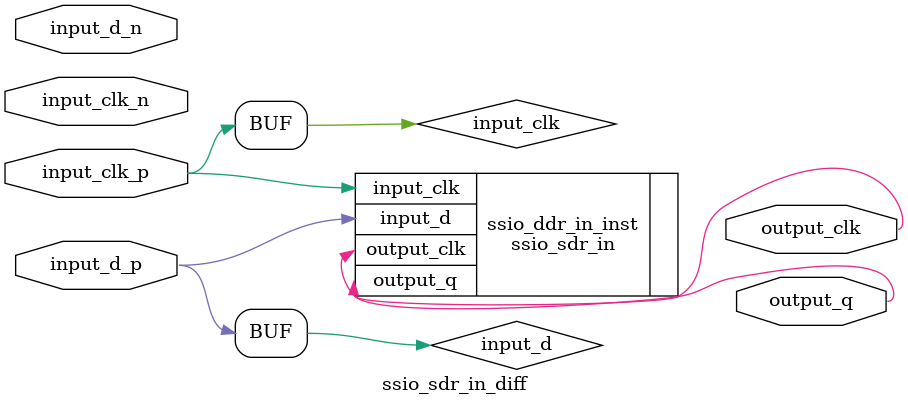
<source format=v>
/*

Copyright (c) 2016-2018 Alex Forencich

Permission is hereby granted, free of charge, to any person obtaining a copy
of this software and associated documentation files (the "Software"), to deal
in the Software without restriction, including without limitation the rights
to use, copy, modify, merge, publish, distribute, sublicense, and/or sell
copies of the Software, and to permit persons to whom the Software is
furnished to do so, subject to the following conditions:

The above copyright notice and this permission notice shall be included in
all copies or substantial portions of the Software.

THE SOFTWARE IS PROVIDED "AS IS", WITHOUT WARRANTY OF ANY KIND, EXPRESS OR
IMPLIED, INCLUDING BUT NOT LIMITED TO THE WARRANTIES OF MERCHANTABILITY
FITNESS FOR A PARTICULAR PURPOSE AND NONINFRINGEMENT. IN NO EVENT SHALL THE
AUTHORS OR COPYRIGHT HOLDERS BE LIABLE FOR ANY CLAIM, DAMAGES OR OTHER
LIABILITY, WHETHER IN AN ACTION OF CONTRACT, TORT OR OTHERWISE, ARISING FROM,
OUT OF OR IN CONNECTION WITH THE SOFTWARE OR THE USE OR OTHER DEALINGS IN
THE SOFTWARE.

*/

// Language: Verilog 2001

`resetall
`timescale 1ns / 1ps
`default_nettype none

/*
 * Generic source synchronous SDR input
 */
module ssio_sdr_in_diff #
(
    // target ("SIM", "GENERIC", "XILINX", "ALTERA")
    parameter TARGET = "GENERIC",
    // Clock input style ("BUFG", "BUFR", "BUFIO", "BUFIO2")
    // Use BUFR for Virtex-5, Virtex-6, 7-series
    // Use BUFG for Ultrascale
    // Use BUFIO2 for Spartan-6
    parameter CLOCK_INPUT_STYLE = "BUFIO2",
    parameter IODDR_STYLE = "IODDR2",
    // Width of register in bits
    parameter WIDTH = 1
)
(
    input  wire             input_clk_p,
    input  wire             input_clk_n,

    input  wire [WIDTH-1:0] input_d_p,
    input  wire [WIDTH-1:0] input_d_n,

    output wire             output_clk,

    output wire [WIDTH-1:0] output_q
);

wire input_clk;
wire [WIDTH-1:0] input_d;

genvar n;

generate

if (TARGET == "XILINX") begin
    IBUFDS
    clk_ibufds_inst (
        .I(input_clk_p),
        .IB(input_clk_n),
        .O(input_clk)
    );
    for (n = 0; n < WIDTH; n = n + 1) begin
        IBUFDS
        data_ibufds_inst (
            .I(input_d_p[n]),
            .IB(input_d_n[n]),
            .O(input_d[n])
        );
    end
end else if (TARGET == "ALTERA") begin
    ALT_INBUF_DIFF
    clk_inbuf_diff_inst (
        .i(input_clk_p),
        .ibar(input_clk_n),
        .o(input_clk)
    );
    for (n = 0; n < WIDTH; n = n + 1) begin
        ALT_INBUF_DIFF
        data_inbuf_diff_inst (
            .i(input_d_p[n]),
            .ibar(input_d_n[n]),
            .o(input_d[n])
        );
    end
end else begin
    assign input_clk = input_clk_p;
    assign input_d = input_d_p;
end

endgenerate

ssio_sdr_in #(
    .TARGET(TARGET),
    .IODDR_STYLE(IODDR_STYLE),
    .CLOCK_INPUT_STYLE(CLOCK_INPUT_STYLE),
    .WIDTH(WIDTH)
)
ssio_ddr_in_inst(
    .input_clk(input_clk),
    .input_d(input_d),
    .output_clk(output_clk),
    .output_q(output_q)
);

endmodule

`resetall

</source>
